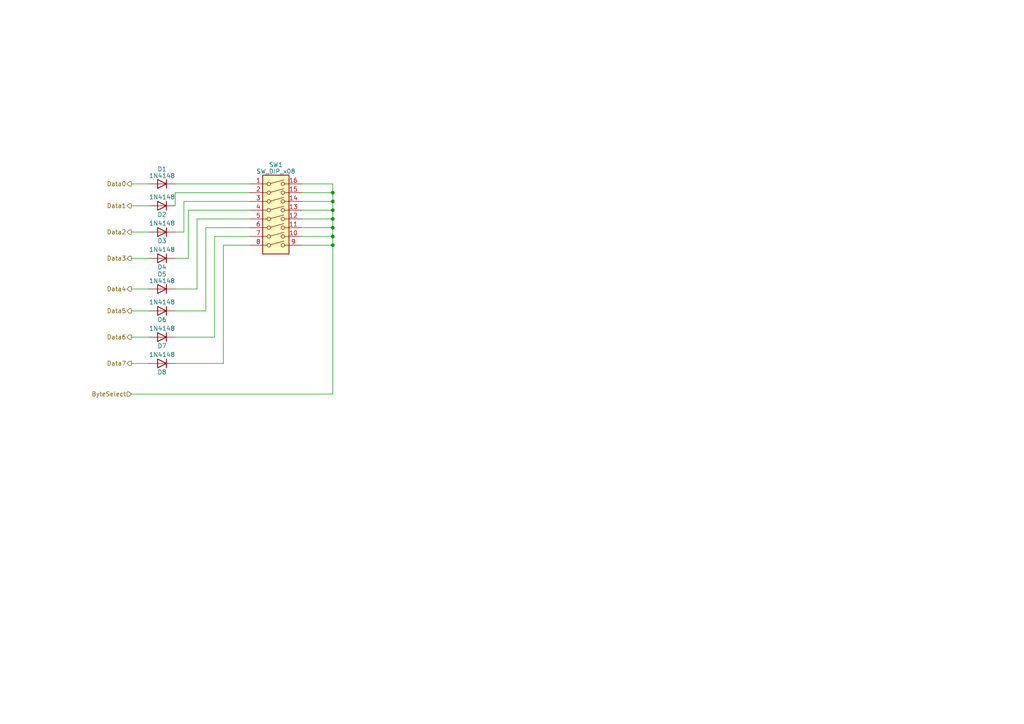
<source format=kicad_sch>
(kicad_sch (version 20230121) (generator eeschema)
  (paper "A4")
  (title_block (title "Diode Logic DIP PROM") (rev "1") (company "Out-of-Band Development") (comment 1 "Matthew Whited"))
  (lib_symbols
    (symbol "Diode:1N4148" (pin_numbers hide) (pin_names hide)
      (property "Reference" "D" (at 0 2.54 0))
      (property "Value" "1N4148" (at 0 -2.54 0))
      (symbol "1N4148_0_1"
        (polyline (pts (xy -1.27 1.27) (xy -1.27 -1.27)) (stroke (width 0.254)))
        (polyline (pts (xy 1.27 0) (xy -1.27 0)))
        (polyline (pts (xy 1.27 1.27) (xy 1.27 -1.27) (xy -1.27 0) (xy 1.27 1.27)) (stroke (width 0.254)))
      )
      (symbol "1N4148_1_1"
        (pin passive line (at -3.81 0 0) (length 2.54) (name "K") (number "1"))
        (pin passive line (at 3.81 0 180) (length 2.54) (name "A") (number "2"))
      )
    )
    (symbol "Switch:SW_DIP_x08" (pin_names (offset 0) hide)
      (property "Reference" "SW" (at 0 13.97 0))
      (property "Value" "SW_DIP_x08" (at 0 -11.43 0))
      (symbol "SW_DIP_x08_0_0"
        (circle (center -2.032 -7.62) (radius 0.508))
        (circle (center -2.032 -5.08) (radius 0.508))
        (circle (center -2.032 -2.54) (radius 0.508))
        (circle (center -2.032 0) (radius 0.508))
        (circle (center -2.032 2.54) (radius 0.508))
        (circle (center -2.032 5.08) (radius 0.508))
        (circle (center -2.032 7.62) (radius 0.508))
        (circle (center -2.032 10.16) (radius 0.508))
        (polyline (pts (xy -1.524 -7.4676) (xy 2.3622 -6.4262)))
        (polyline (pts (xy -1.524 -4.9276) (xy 2.3622 -3.8862)))
        (polyline (pts (xy -1.524 -2.3876) (xy 2.3622 -1.3462)))
        (polyline (pts (xy -1.524 0.127) (xy 2.3622 1.1684)))
        (polyline (pts (xy -1.524 2.667) (xy 2.3622 3.7084)))
        (polyline (pts (xy -1.524 5.207) (xy 2.3622 6.2484)))
        (polyline (pts (xy -1.524 7.747) (xy 2.3622 8.7884)))
        (polyline (pts (xy -1.524 10.287) (xy 2.3622 11.3284)))
        (circle (center 2.032 -7.62) (radius 0.508))
        (circle (center 2.032 -5.08) (radius 0.508))
        (circle (center 2.032 -2.54) (radius 0.508))
        (circle (center 2.032 0) (radius 0.508))
        (circle (center 2.032 2.54) (radius 0.508))
        (circle (center 2.032 5.08) (radius 0.508))
        (circle (center 2.032 7.62) (radius 0.508))
        (circle (center 2.032 10.16) (radius 0.508))
      )
      (symbol "SW_DIP_x08_0_1"
        (rectangle (start -3.81 12.7) (end 3.81 -10.16) (stroke (width 0.254)) (fill (type background)))
      )
      (symbol "SW_DIP_x08_1_1"
        (pin passive line (at -7.62 10.16 0) (length 5.08) (name "~") (number "1"))
        (pin passive line (at 7.62 -5.08 180) (length 5.08) (name "~") (number "10"))
        (pin passive line (at 7.62 -2.54 180) (length 5.08) (name "~") (number "11"))
        (pin passive line (at 7.62 0 180) (length 5.08) (name "~") (number "12"))
        (pin passive line (at 7.62 2.54 180) (length 5.08) (name "~") (number "13"))
        (pin passive line (at 7.62 5.08 180) (length 5.08) (name "~") (number "14"))
        (pin passive line (at 7.62 7.62 180) (length 5.08) (name "~") (number "15"))
        (pin passive line (at 7.62 10.16 180) (length 5.08) (name "~") (number "16"))
        (pin passive line (at -7.62 7.62 0) (length 5.08) (name "~") (number "2"))
        (pin passive line (at -7.62 5.08 0) (length 5.08) (name "~") (number "3"))
        (pin passive line (at -7.62 2.54 0) (length 5.08) (name "~") (number "4"))
        (pin passive line (at -7.62 0 0) (length 5.08) (name "~") (number "5"))
        (pin passive line (at -7.62 -2.54 0) (length 5.08) (name "~") (number "6"))
        (pin passive line (at -7.62 -5.08 0) (length 5.08) (name "~") (number "7"))
        (pin passive line (at -7.62 -7.62 0) (length 5.08) (name "~") (number "8"))
        (pin passive line (at 7.62 -7.62 180) (length 5.08) (name "~") (number "9"))
      )
    )
  )
  (junction (at 96.52 58.42))
  (junction (at 96.52 66.04))
  (junction (at 96.52 71.12))
  (junction (at 96.52 55.88))
  (junction (at 96.52 68.58))
  (junction (at 96.52 63.5))
  (junction (at 96.52 60.96))
  (wire (pts (xy 96.52 60.96) (xy 96.52 58.42)))
  (wire (pts (xy 62.23 68.58) (xy 62.23 97.79)))
  (wire (pts (xy 72.39 68.58) (xy 62.23 68.58)))
  (wire (pts (xy 87.63 71.12) (xy 96.52 71.12)))
  (wire (pts (xy 38.1 90.17) (xy 43.18 90.17)))
  (wire (pts (xy 96.52 55.88) (xy 96.52 53.34)))
  (wire (pts (xy 38.1 67.31) (xy 43.18 67.31)))
  (wire (pts (xy 96.52 68.58) (xy 96.52 66.04)))
  (wire (pts (xy 38.1 114.3) (xy 96.52 114.3)))
  (wire (pts (xy 62.23 97.79) (xy 50.8 97.79)))
  (wire (pts (xy 96.52 66.04) (xy 96.52 63.5)))
  (wire (pts (xy 59.69 90.17) (xy 50.8 90.17)))
  (wire (pts (xy 38.1 83.82) (xy 43.18 83.82)))
  (wire (pts (xy 38.1 53.34) (xy 43.18 53.34)))
  (wire (pts (xy 38.1 97.79) (xy 43.18 97.79)))
  (wire (pts (xy 87.63 66.04) (xy 96.52 66.04)))
  (wire (pts (xy 96.52 71.12) (xy 96.52 68.58)))
  (wire (pts (xy 57.15 83.82) (xy 50.8 83.82)))
  (wire (pts (xy 50.8 55.88) (xy 50.8 59.69)))
  (wire (pts (xy 64.77 105.41) (xy 50.8 105.41)))
  (wire (pts (xy 72.39 66.04) (xy 59.69 66.04)))
  (wire (pts (xy 72.39 55.88) (xy 50.8 55.88)))
  (wire (pts (xy 96.52 63.5) (xy 96.52 60.96)))
  (wire (pts (xy 38.1 74.93) (xy 43.18 74.93)))
  (wire (pts (xy 72.39 71.12) (xy 64.77 71.12)))
  (wire (pts (xy 53.34 58.42) (xy 53.34 67.31)))
  (wire (pts (xy 72.39 58.42) (xy 53.34 58.42)))
  (wire (pts (xy 72.39 60.96) (xy 54.61 60.96)))
  (wire (pts (xy 87.63 68.58) (xy 96.52 68.58)))
  (wire (pts (xy 38.1 59.69) (xy 43.18 59.69)))
  (wire (pts (xy 54.61 74.93) (xy 50.8 74.93)))
  (wire (pts (xy 72.39 63.5) (xy 57.15 63.5)))
  (wire (pts (xy 53.34 67.31) (xy 50.8 67.31)))
  (wire (pts (xy 59.69 66.04) (xy 59.69 90.17)))
  (wire (pts (xy 87.63 60.96) (xy 96.52 60.96)))
  (wire (pts (xy 87.63 55.88) (xy 96.52 55.88)))
  (wire (pts (xy 38.1 105.41) (xy 43.18 105.41)))
  (wire (pts (xy 50.8 53.34) (xy 72.39 53.34)))
  (wire (pts (xy 96.52 114.3) (xy 96.52 71.12)))
  (wire (pts (xy 57.15 63.5) (xy 57.15 83.82)))
  (wire (pts (xy 54.61 60.96) (xy 54.61 74.93)))
  (wire (pts (xy 96.52 53.34) (xy 87.63 53.34)))
  (wire (pts (xy 87.63 63.5) (xy 96.52 63.5)))
  (wire (pts (xy 87.63 58.42) (xy 96.52 58.42)))
  (wire (pts (xy 64.77 71.12) (xy 64.77 105.41)))
  (wire (pts (xy 96.52 58.42) (xy 96.52 55.88)))
  (hierarchical_label "Data7" (shape output) (at 38.1 105.41 180))
  (hierarchical_label "Data5" (shape output) (at 38.1 90.17 180))
  (hierarchical_label "Data2" (shape output) (at 38.1 67.31 180))
  (hierarchical_label "ByteSelect" (shape input) (at 38.1 114.3 180))
  (hierarchical_label "Data6" (shape output) (at 38.1 97.79 180))
  (hierarchical_label "Data4" (shape output) (at 38.1 83.82 180))
  (hierarchical_label "Data3" (shape output) (at 38.1 74.93 180))
  (hierarchical_label "Data1" (shape output) (at 38.1 59.69 180))
  (hierarchical_label "Data0" (shape output) (at 38.1 53.34 180))
  (symbol (lib_id "Diode:1N4148") (at 46.99 105.41 180) (unit 1)
    (property "Reference" "D8" (at 46.99 107.95 0))
    (property "Value" "1N4148" (at 46.99 102.87 0))
    (property "Footprint" "Diode_THT:D_DO-35_SOD27_P7.62mm_Horizontal" (effects hide))
    (property "Datasheet" "https://assets.nexperia.com/documents/data-sheet/1N4148_1N4448.pdf" (effects hide))
    (property "Sim.Device" "D" (effects hide))
    (property "Sim.Pins" "1=K 2=A" (effects hide))
    (instances (project "PROM" (path "" (reference "D8") (unit 1)) (path "" (reference "D16") (unit 1)) (path "" (reference "D24") (unit 1)) (path "" (reference "D32") (unit 1)) (path "" (reference "D40") (unit 1)) (path "" (reference "D48") (unit 1)) (path "" (reference "D64") (unit 1)) (path "" (reference "D88") (unit 1)) (path "" (reference "D72") (unit 1)) (path "" (reference "D96") (unit 1)) (path "" (reference "D80") (unit 1)) (path "" (reference "D56") (unit 1)) (path "" (reference "D112") (unit 1)) (path "" (reference "D120") (unit 1)) (path "" (reference "D128") (unit 1)) (path "" (reference "D104") (unit 1))))
  )
  (symbol (lib_id "Diode:1N4148") (at 46.99 74.93 180) (unit 1)
    (property "Reference" "D4" (at 46.99 77.47 0))
    (property "Value" "1N4148" (at 46.99 72.39 0))
    (property "Footprint" "Diode_THT:D_DO-35_SOD27_P7.62mm_Horizontal" (effects hide))
    (property "Datasheet" "https://assets.nexperia.com/documents/data-sheet/1N4148_1N4448.pdf" (effects hide))
    (property "Sim.Device" "D" (effects hide))
    (property "Sim.Pins" "1=K 2=A" (effects hide))
    (instances (project "PROM" (path "" (reference "D4") (unit 1)) (path "" (reference "D12") (unit 1)) (path "" (reference "D20") (unit 1)) (path "" (reference "D28") (unit 1)) (path "" (reference "D36") (unit 1)) (path "" (reference "D44") (unit 1)) (path "" (reference "D60") (unit 1)) (path "" (reference "D84") (unit 1)) (path "" (reference "D68") (unit 1)) (path "" (reference "D92") (unit 1)) (path "" (reference "D76") (unit 1)) (path "" (reference "D52") (unit 1)) (path "" (reference "D108") (unit 1)) (path "" (reference "D116") (unit 1)) (path "" (reference "D124") (unit 1)) (path "" (reference "D100") (unit 1))))
  )
  (symbol (lib_id "Diode:1N4148") (at 46.99 67.31 180) (unit 1)
    (property "Reference" "D3" (at 46.99 69.85 0))
    (property "Value" "1N4148" (at 46.99 64.77 0))
    (property "Footprint" "Diode_THT:D_DO-35_SOD27_P7.62mm_Horizontal" (effects hide))
    (property "Datasheet" "https://assets.nexperia.com/documents/data-sheet/1N4148_1N4448.pdf" (effects hide))
    (property "Sim.Device" "D" (effects hide))
    (property "Sim.Pins" "1=K 2=A" (effects hide))
    (instances (project "PROM" (path "" (reference "D3") (unit 1)) (path "" (reference "D11") (unit 1)) (path "" (reference "D19") (unit 1)) (path "" (reference "D27") (unit 1)) (path "" (reference "D35") (unit 1)) (path "" (reference "D43") (unit 1)) (path "" (reference "D59") (unit 1)) (path "" (reference "D83") (unit 1)) (path "" (reference "D67") (unit 1)) (path "" (reference "D91") (unit 1)) (path "" (reference "D75") (unit 1)) (path "" (reference "D51") (unit 1)) (path "" (reference "D107") (unit 1)) (path "" (reference "D115") (unit 1)) (path "" (reference "D123") (unit 1)) (path "" (reference "D99") (unit 1))))
  )
  (symbol (lib_id "Diode:1N4148") (at 46.99 53.34 180) (unit 1)
    (property "Reference" "D1" (at 46.99 49.0601 0))
    (property "Value" "1N4148" (at 46.99 50.9811 0))
    (property "Footprint" "Diode_THT:D_DO-35_SOD27_P7.62mm_Horizontal" (effects hide))
    (property "Datasheet" "https://assets.nexperia.com/documents/data-sheet/1N4148_1N4448.pdf" (effects hide))
    (property "Sim.Device" "D" (effects hide))
    (property "Sim.Pins" "1=K 2=A" (effects hide))
    (instances (project "PROM" (path "" (reference "D1") (unit 1)) (path "" (reference "D9") (unit 1)) (path "" (reference "D17") (unit 1)) (path "" (reference "D25") (unit 1)) (path "" (reference "D33") (unit 1)) (path "" (reference "D41") (unit 1)) (path "" (reference "D57") (unit 1)) (path "" (reference "D81") (unit 1)) (path "" (reference "D65") (unit 1)) (path "" (reference "D89") (unit 1)) (path "" (reference "D73") (unit 1)) (path "" (reference "D49") (unit 1)) (path "" (reference "D105") (unit 1)) (path "" (reference "D113") (unit 1)) (path "" (reference "D121") (unit 1)) (path "" (reference "D97") (unit 1))))
  )
  (symbol (lib_id "Diode:1N4148") (at 46.99 59.69 180) (unit 1)
    (property "Reference" "D2" (at 46.99 62.23 0))
    (property "Value" "1N4148" (at 46.99 57.15 0))
    (property "Footprint" "Diode_THT:D_DO-35_SOD27_P7.62mm_Horizontal" (effects hide))
    (property "Datasheet" "https://assets.nexperia.com/documents/data-sheet/1N4148_1N4448.pdf" (effects hide))
    (property "Sim.Device" "D" (effects hide))
    (property "Sim.Pins" "1=K 2=A" (effects hide))
    (instances (project "PROM" (path "" (reference "D2") (unit 1)) (path "" (reference "D10") (unit 1)) (path "" (reference "D18") (unit 1)) (path "" (reference "D26") (unit 1)) (path "" (reference "D34") (unit 1)) (path "" (reference "D42") (unit 1)) (path "" (reference "D58") (unit 1)) (path "" (reference "D82") (unit 1)) (path "" (reference "D66") (unit 1)) (path "" (reference "D90") (unit 1)) (path "" (reference "D74") (unit 1)) (path "" (reference "D50") (unit 1)) (path "" (reference "D106") (unit 1)) (path "" (reference "D114") (unit 1)) (path "" (reference "D122") (unit 1)) (path "" (reference "D98") (unit 1))))
  )
  (symbol (lib_id "Diode:1N4148") (at 46.99 90.17 180) (unit 1)
    (property "Reference" "D6" (at 46.99 92.71 0))
    (property "Value" "1N4148" (at 46.99 87.63 0))
    (property "Footprint" "Diode_THT:D_DO-35_SOD27_P7.62mm_Horizontal" (effects hide))
    (property "Datasheet" "https://assets.nexperia.com/documents/data-sheet/1N4148_1N4448.pdf" (effects hide))
    (property "Sim.Device" "D" (effects hide))
    (property "Sim.Pins" "1=K 2=A" (effects hide))
    (instances (project "PROM" (path "" (reference "D6") (unit 1)) (path "" (reference "D14") (unit 1)) (path "" (reference "D22") (unit 1)) (path "" (reference "D30") (unit 1)) (path "" (reference "D38") (unit 1)) (path "" (reference "D46") (unit 1)) (path "" (reference "D62") (unit 1)) (path "" (reference "D86") (unit 1)) (path "" (reference "D70") (unit 1)) (path "" (reference "D94") (unit 1)) (path "" (reference "D78") (unit 1)) (path "" (reference "D54") (unit 1)) (path "" (reference "D110") (unit 1)) (path "" (reference "D118") (unit 1)) (path "" (reference "D126") (unit 1)) (path "" (reference "D102") (unit 1))))
  )
  (symbol (lib_id "Switch:SW_DIP_x08") (at 80.01 63.5 0) (unit 1)
    (property "Reference" "SW1" (at 80.01 47.7901 0))
    (property "Value" "SW_DIP_x08" (at 80.01 49.7111 0))
    (property "Footprint" "Package_DIP:DIP-16_W7.62mm" (effects hide))
    (instances (project "PROM" (path "" (reference "SW1") (unit 1)) (path "" (reference "SW2") (unit 1)) (path "" (reference "SW3") (unit 1)) (path "" (reference "SW4") (unit 1)) (path "" (reference "SW5") (unit 1)) (path "" (reference "SW6") (unit 1)) (path "" (reference "SW8") (unit 1)) (path "" (reference "SW11") (unit 1)) (path "" (reference "SW9") (unit 1)) (path "" (reference "SW12") (unit 1)) (path "" (reference "SW10") (unit 1)) (path "" (reference "SW7") (unit 1)) (path "" (reference "SW14") (unit 1)) (path "" (reference "SW15") (unit 1)) (path "" (reference "SW16") (unit 1)) (path "" (reference "SW13") (unit 1))))
  )
  (symbol (lib_id "Diode:1N4148") (at 46.99 97.79 180) (unit 1)
    (property "Reference" "D7" (at 46.99 100.33 0))
    (property "Value" "1N4148" (at 46.99 95.25 0))
    (property "Footprint" "Diode_THT:D_DO-35_SOD27_P7.62mm_Horizontal" (effects hide))
    (property "Datasheet" "https://assets.nexperia.com/documents/data-sheet/1N4148_1N4448.pdf" (effects hide))
    (property "Sim.Device" "D" (effects hide))
    (property "Sim.Pins" "1=K 2=A" (effects hide))
    (instances (project "PROM" (path "" (reference "D7") (unit 1)) (path "" (reference "D15") (unit 1)) (path "" (reference "D23") (unit 1)) (path "" (reference "D31") (unit 1)) (path "" (reference "D39") (unit 1)) (path "" (reference "D47") (unit 1)) (path "" (reference "D63") (unit 1)) (path "" (reference "D87") (unit 1)) (path "" (reference "D71") (unit 1)) (path "" (reference "D95") (unit 1)) (path "" (reference "D79") (unit 1)) (path "" (reference "D55") (unit 1)) (path "" (reference "D111") (unit 1)) (path "" (reference "D119") (unit 1)) (path "" (reference "D127") (unit 1)) (path "" (reference "D103") (unit 1))))
  )
  (symbol (lib_id "Diode:1N4148") (at 46.99 83.82 180) (unit 1)
    (property "Reference" "D5" (at 46.99 79.5401 0))
    (property "Value" "1N4148" (at 46.99 81.4611 0))
    (property "Footprint" "Diode_THT:D_DO-35_SOD27_P7.62mm_Horizontal" (effects hide))
    (property "Datasheet" "https://assets.nexperia.com/documents/data-sheet/1N4148_1N4448.pdf" (effects hide))
    (property "Sim.Device" "D" (effects hide))
    (property "Sim.Pins" "1=K 2=A" (effects hide))
    (instances (project "PROM" (path "" (reference "D5") (unit 1)) (path "" (reference "D13") (unit 1)) (path "" (reference "D21") (unit 1)) (path "" (reference "D29") (unit 1)) (path "" (reference "D37") (unit 1)) (path "" (reference "D45") (unit 1)) (path "" (reference "D61") (unit 1)) (path "" (reference "D85") (unit 1)) (path "" (reference "D69") (unit 1)) (path "" (reference "D93") (unit 1)) (path "" (reference "D77") (unit 1)) (path "" (reference "D53") (unit 1)) (path "" (reference "D109") (unit 1)) (path "" (reference "D117") (unit 1)) (path "" (reference "D125") (unit 1)) (path "" (reference "D101") (unit 1))))
  )
)
</source>
